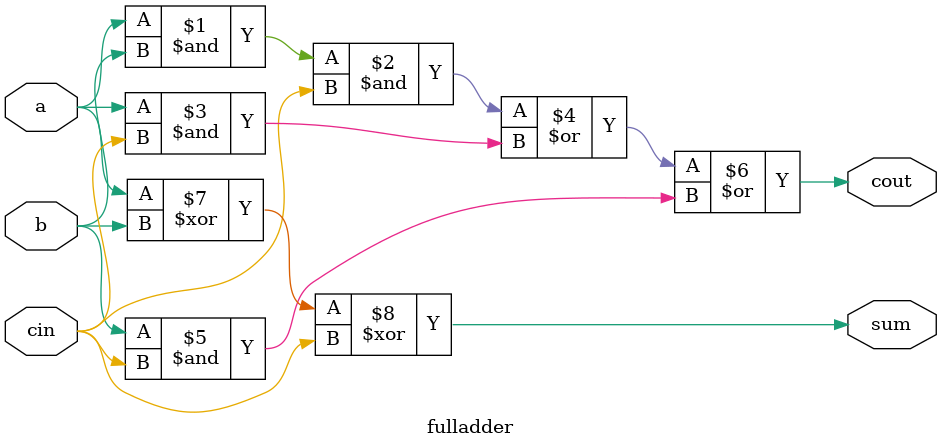
<source format=sv>
module fulladder (
    // input 
    input logic a, b, cin,

    // output
    output logic sum, cout
);
    assign cout = (a & b & cin) | (a & cin) | (b & cin);
    assign sum = a ^ b ^ cin;
endmodule : fulladder

</source>
